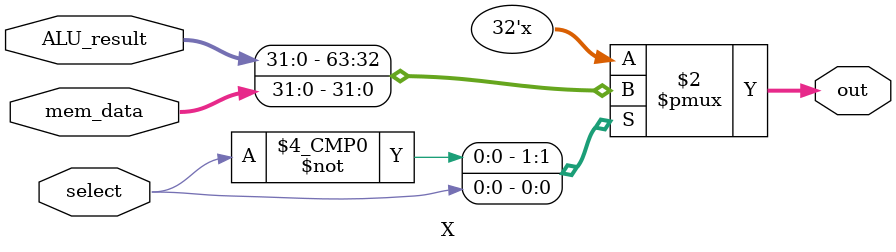
<source format=sv>
module X(
	input [31:0] mem_data,
	input [31:0] ALU_result,
	input select,
	output reg [31:0] out
);

always_comb begin
	case(select)
		0: 	out = ALU_result;
		1: 	out = mem_data;
		default: out = 0;
	endcase
end

endmodule
</source>
